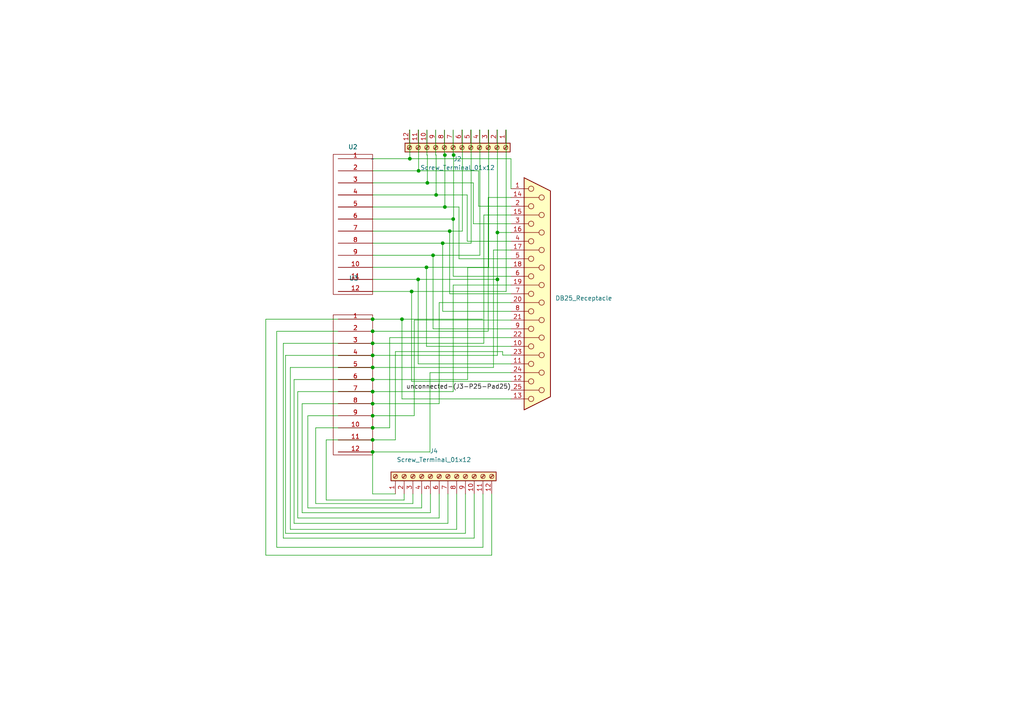
<source format=kicad_sch>
(kicad_sch (version 20230121) (generator eeschema)
  (paper "A4")
  (lib_symbols
    (symbol "libary_bms:DB25_Receptacle" (pin_names (offset 1.016) hide)
      (property "Reference" "J" (at 0 34.29 0))
      (property "Value" "DB25_Receptacle" (at 0 -34.925 0))
      (symbol "DB25_Receptacle_0_1"
        (circle (center -1.778 -30.48) (radius 0.762))
        (circle (center -1.778 -25.4) (radius 0.762))
        (circle (center -1.778 -20.32) (radius 0.762))
        (circle (center -1.778 -15.24) (radius 0.762))
        (circle (center -1.778 -10.16) (radius 0.762))
        (circle (center -1.778 -5.08) (radius 0.762))
        (circle (center -1.778 0) (radius 0.762))
        (circle (center -1.778 5.08) (radius 0.762))
        (circle (center -1.778 10.16) (radius 0.762))
        (circle (center -1.778 15.24) (radius 0.762))
        (circle (center -1.778 20.32) (radius 0.762))
        (circle (center -1.778 25.4) (radius 0.762))
        (circle (center -1.778 30.48) (radius 0.762))
        (polyline (pts (xy -3.81 -30.48) (xy -2.54 -30.48)))
        (polyline (pts (xy -3.81 -27.94) (xy 0.508 -27.94)))
        (polyline (pts (xy -3.81 -25.4) (xy -2.54 -25.4)))
        (polyline (pts (xy -3.81 -22.86) (xy 0.508 -22.86)))
        (polyline (pts (xy -3.81 -20.32) (xy -2.54 -20.32)))
        (polyline (pts (xy -3.81 -17.78) (xy 0.508 -17.78)))
        (polyline (pts (xy -3.81 -15.24) (xy -2.54 -15.24)))
        (polyline (pts (xy -3.81 -12.7) (xy 0.508 -12.7)))
        (polyline (pts (xy -3.81 -10.16) (xy -2.54 -10.16)))
        (polyline (pts (xy -3.81 -7.62) (xy 0.508 -7.62)))
        (polyline (pts (xy -3.81 -5.08) (xy -2.54 -5.08)))
        (polyline (pts (xy -3.81 -2.54) (xy 0.508 -2.54)))
        (polyline (pts (xy -3.81 0) (xy -2.54 0)))
        (polyline (pts (xy -3.81 2.54) (xy 0.508 2.54)))
        (polyline (pts (xy -3.81 5.08) (xy -2.54 5.08)))
        (polyline (pts (xy -3.81 7.62) (xy 0.508 7.62)))
        (polyline (pts (xy -3.81 10.16) (xy -2.54 10.16)))
        (polyline (pts (xy -3.81 12.7) (xy 0.508 12.7)))
        (polyline (pts (xy -3.81 15.24) (xy -2.54 15.24)))
        (polyline (pts (xy -3.81 17.78) (xy 0.508 17.78)))
        (polyline (pts (xy -3.81 20.32) (xy -2.54 20.32)))
        (polyline (pts (xy -3.81 22.86) (xy 0.508 22.86)))
        (polyline (pts (xy -3.81 25.4) (xy -2.54 25.4)))
        (polyline (pts (xy -3.81 27.94) (xy 0.508 27.94)))
        (polyline (pts (xy -3.81 30.48) (xy -2.54 30.48)))
        (polyline (pts (xy -3.81 33.655) (xy 3.81 29.845) (xy 3.81 -29.845) (xy -3.81 -33.655) (xy -3.81 33.655)) (stroke (width 0.254)) (fill (type background)))
        (circle (center 1.27 -27.94) (radius 0.762))
        (circle (center 1.27 -22.86) (radius 0.762))
        (circle (center 1.27 -17.78) (radius 0.762))
        (circle (center 1.27 -12.7) (radius 0.762))
        (circle (center 1.27 -7.62) (radius 0.762))
        (circle (center 1.27 -2.54) (radius 0.762))
        (circle (center 1.27 2.54) (radius 0.762))
        (circle (center 1.27 7.62) (radius 0.762))
        (circle (center 1.27 12.7) (radius 0.762))
        (circle (center 1.27 17.78) (radius 0.762))
        (circle (center 1.27 22.86) (radius 0.762))
        (circle (center 1.27 27.94) (radius 0.762))
      )
      (symbol "DB25_Receptacle_1_1"
        (pin passive line (at -7.62 30.48 0) (length 3.81) (name "1") (number "1"))
        (pin passive line (at -7.62 -15.24 0) (length 3.81) (name "10") (number "10"))
        (pin passive line (at -7.62 -20.32 0) (length 3.81) (name "11") (number "11"))
        (pin passive line (at -7.62 -25.4 0) (length 3.81) (name "12") (number "12"))
        (pin passive line (at -7.62 -30.48 0) (length 3.81) (name "13") (number "13"))
        (pin passive line (at -7.62 27.94 0) (length 3.81) (name "P14") (number "14"))
        (pin passive line (at -7.62 22.86 0) (length 3.81) (name "P15") (number "15"))
        (pin passive line (at -7.62 17.78 0) (length 3.81) (name "P16") (number "16"))
        (pin passive line (at -7.62 12.7 0) (length 3.81) (name "P17") (number "17"))
        (pin passive line (at -7.62 7.62 0) (length 3.81) (name "P18") (number "18"))
        (pin passive line (at -7.62 2.54 0) (length 3.81) (name "P19") (number "19"))
        (pin passive line (at -7.62 25.4 0) (length 3.81) (name "2") (number "2"))
        (pin passive line (at -7.62 -2.54 0) (length 3.81) (name "P20") (number "20"))
        (pin passive line (at -7.62 -7.62 0) (length 3.81) (name "P21") (number "21"))
        (pin passive line (at -7.62 -12.7 0) (length 3.81) (name "P22") (number "22"))
        (pin passive line (at -7.62 -17.78 0) (length 3.81) (name "P23") (number "23"))
        (pin passive line (at -7.62 -22.86 0) (length 3.81) (name "P24") (number "24"))
        (pin passive line (at -7.62 -27.94 0) (length 3.81) (name "P25") (number "25"))
        (pin passive line (at -7.62 20.32 0) (length 3.81) (name "3") (number "3"))
        (pin passive line (at -7.62 15.24 0) (length 3.81) (name "4") (number "4"))
        (pin passive line (at -7.62 10.16 0) (length 3.81) (name "5") (number "5"))
        (pin passive line (at -7.62 5.08 0) (length 3.81) (name "6") (number "6"))
        (pin passive line (at -7.62 0 0) (length 3.81) (name "7") (number "7"))
        (pin passive line (at -7.62 -5.08 0) (length 3.81) (name "8") (number "8"))
        (pin passive line (at -7.62 -10.16 0) (length 3.81) (name "9") (number "9"))
      )
    )
    (symbol "libary_bms:GoldFingerConnector"
      (property "Reference" "U" (at 0 0 0))
      (symbol "GoldFingerConnector_0_1"
        (rectangle (start 0 -1.27) (end 11.43 39.37))
      )
      (symbol "GoldFingerConnector_1_1"
        (pin input line (at 0 0 0) (length 10) (name "") (number "1"))
        (pin input line (at 0 31.5 0) (length 10) (name "") (number "10"))
        (pin input line (at 0 35 0) (length 10) (name "") (number "11"))
        (pin input line (at 0 38.5 0) (length 10) (name "") (number "12"))
        (pin input line (at 0 3.5 0) (length 10) (name "") (number "2"))
        (pin input line (at 0 7 0) (length 10) (name "") (number "3"))
        (pin input line (at 0 10.5 0) (length 10) (name "") (number "4"))
        (pin input line (at 0 14 0) (length 10) (name "") (number "5"))
        (pin input line (at 0 17.5 0) (length 10) (name "") (number "6"))
        (pin input line (at 0 21 0) (length 10) (name "") (number "7"))
        (pin input line (at 0 24.5 0) (length 10) (name "") (number "8"))
        (pin input line (at 0 28 0) (length 10) (name "") (number "9"))
      )
    )
    (symbol "libary_bms:Screw_Terminal_01x12" (pin_names (offset 1.016) hide)
      (property "Reference" "J" (at 0 15.24 0))
      (property "Value" "Screw_Terminal_01x12" (at 0 -17.78 0))
      (symbol "Screw_Terminal_01x12_1_1"
        (rectangle (start -1.27 13.97) (end 1.27 -16.51) (stroke (width 0.254)) (fill (type background)))
        (circle (center 0 -15.24) (radius 0.635) (stroke (width 0.1524)))
        (circle (center 0 -12.7) (radius 0.635) (stroke (width 0.1524)))
        (circle (center 0 -10.16) (radius 0.635) (stroke (width 0.1524)))
        (circle (center 0 -7.62) (radius 0.635) (stroke (width 0.1524)))
        (circle (center 0 -5.08) (radius 0.635) (stroke (width 0.1524)))
        (circle (center 0 -2.54) (radius 0.635) (stroke (width 0.1524)))
        (polyline (pts (xy -0.5334 -14.9098) (xy 0.3302 -15.748)) (stroke (width 0.1524)))
        (polyline (pts (xy -0.5334 -12.3698) (xy 0.3302 -13.208)) (stroke (width 0.1524)))
        (polyline (pts (xy -0.5334 -9.8298) (xy 0.3302 -10.668)) (stroke (width 0.1524)))
        (polyline (pts (xy -0.5334 -7.2898) (xy 0.3302 -8.128)) (stroke (width 0.1524)))
        (polyline (pts (xy -0.5334 -4.7498) (xy 0.3302 -5.588)) (stroke (width 0.1524)))
        (polyline (pts (xy -0.5334 -2.2098) (xy 0.3302 -3.048)) (stroke (width 0.1524)))
        (polyline (pts (xy -0.5334 0.3302) (xy 0.3302 -0.508)) (stroke (width 0.1524)))
        (polyline (pts (xy -0.5334 2.8702) (xy 0.3302 2.032)) (stroke (width 0.1524)))
        (polyline (pts (xy -0.5334 5.4102) (xy 0.3302 4.572)) (stroke (width 0.1524)))
        (polyline (pts (xy -0.5334 7.9502) (xy 0.3302 7.112)) (stroke (width 0.1524)))
        (polyline (pts (xy -0.5334 10.4902) (xy 0.3302 9.652)) (stroke (width 0.1524)))
        (polyline (pts (xy -0.5334 13.0302) (xy 0.3302 12.192)) (stroke (width 0.1524)))
        (polyline (pts (xy -0.3556 -14.732) (xy 0.508 -15.5702)) (stroke (width 0.1524)))
        (polyline (pts (xy -0.3556 -12.192) (xy 0.508 -13.0302)) (stroke (width 0.1524)))
        (polyline (pts (xy -0.3556 -9.652) (xy 0.508 -10.4902)) (stroke (width 0.1524)))
        (polyline (pts (xy -0.3556 -7.112) (xy 0.508 -7.9502)) (stroke (width 0.1524)))
        (polyline (pts (xy -0.3556 -4.572) (xy 0.508 -5.4102)) (stroke (width 0.1524)))
        (polyline (pts (xy -0.3556 -2.032) (xy 0.508 -2.8702)) (stroke (width 0.1524)))
        (polyline (pts (xy -0.3556 0.508) (xy 0.508 -0.3302)) (stroke (width 0.1524)))
        (polyline (pts (xy -0.3556 3.048) (xy 0.508 2.2098)) (stroke (width 0.1524)))
        (polyline (pts (xy -0.3556 5.588) (xy 0.508 4.7498)) (stroke (width 0.1524)))
        (polyline (pts (xy -0.3556 8.128) (xy 0.508 7.2898)) (stroke (width 0.1524)))
        (polyline (pts (xy -0.3556 10.668) (xy 0.508 9.8298)) (stroke (width 0.1524)))
        (polyline (pts (xy -0.3556 13.208) (xy 0.508 12.3698)) (stroke (width 0.1524)))
        (circle (center 0 0) (radius 0.635) (stroke (width 0.1524)))
        (circle (center 0 2.54) (radius 0.635) (stroke (width 0.1524)))
        (circle (center 0 5.08) (radius 0.635) (stroke (width 0.1524)))
        (circle (center 0 7.62) (radius 0.635) (stroke (width 0.1524)))
        (circle (center 0 10.16) (radius 0.635) (stroke (width 0.1524)))
        (circle (center 0 12.7) (radius 0.635) (stroke (width 0.1524)))
        (pin passive line (at -5.08 12.7 0) (length 3.81) (name "Pin_1") (number "1"))
        (pin passive line (at -5.08 -10.16 0) (length 3.81) (name "Pin_10") (number "10"))
        (pin passive line (at -5.08 -12.7 0) (length 3.81) (name "Pin_11") (number "11"))
        (pin passive line (at -5.08 -15.24 0) (length 3.81) (name "Pin_12") (number "12"))
        (pin passive line (at -5.08 10.16 0) (length 3.81) (name "Pin_2") (number "2"))
        (pin passive line (at -5.08 7.62 0) (length 3.81) (name "Pin_3") (number "3"))
        (pin passive line (at -5.08 5.08 0) (length 3.81) (name "Pin_4") (number "4"))
        (pin passive line (at -5.08 2.54 0) (length 3.81) (name "Pin_5") (number "5"))
        (pin passive line (at -5.08 0 0) (length 3.81) (name "Pin_6") (number "6"))
        (pin passive line (at -5.08 -2.54 0) (length 3.81) (name "Pin_7") (number "7"))
        (pin passive line (at -5.08 -5.08 0) (length 3.81) (name "Pin_8") (number "8"))
        (pin passive line (at -5.08 -7.62 0) (length 3.81) (name "Pin_9") (number "9"))
      )
    )
    (symbol "screw_terminal_01x12:Screw_Terminal_01x12" (pin_names (offset 1.016) hide)
      (property "Reference" "J" (at 0 15.24 0))
      (property "Value" "Screw_Terminal_01x12" (at 0 -17.78 0))
      (symbol "Screw_Terminal_01x12_1_1"
        (rectangle (start -1.27 13.97) (end 1.27 -16.51) (stroke (width 0.254)) (fill (type background)))
        (circle (center 0 -15.24) (radius 0.635) (stroke (width 0.1524)))
        (circle (center 0 -12.7) (radius 0.635) (stroke (width 0.1524)))
        (circle (center 0 -10.16) (radius 0.635) (stroke (width 0.1524)))
        (circle (center 0 -7.62) (radius 0.635) (stroke (width 0.1524)))
        (circle (center 0 -5.08) (radius 0.635) (stroke (width 0.1524)))
        (circle (center 0 -2.54) (radius 0.635) (stroke (width 0.1524)))
        (polyline (pts (xy -0.5334 -14.9098) (xy 0.3302 -15.748)) (stroke (width 0.1524)))
        (polyline (pts (xy -0.5334 -12.3698) (xy 0.3302 -13.208)) (stroke (width 0.1524)))
        (polyline (pts (xy -0.5334 -9.8298) (xy 0.3302 -10.668)) (stroke (width 0.1524)))
        (polyline (pts (xy -0.5334 -7.2898) (xy 0.3302 -8.128)) (stroke (width 0.1524)))
        (polyline (pts (xy -0.5334 -4.7498) (xy 0.3302 -5.588)) (stroke (width 0.1524)))
        (polyline (pts (xy -0.5334 -2.2098) (xy 0.3302 -3.048)) (stroke (width 0.1524)))
        (polyline (pts (xy -0.5334 0.3302) (xy 0.3302 -0.508)) (stroke (width 0.1524)))
        (polyline (pts (xy -0.5334 2.8702) (xy 0.3302 2.032)) (stroke (width 0.1524)))
        (polyline (pts (xy -0.5334 5.4102) (xy 0.3302 4.572)) (stroke (width 0.1524)))
        (polyline (pts (xy -0.5334 7.9502) (xy 0.3302 7.112)) (stroke (width 0.1524)))
        (polyline (pts (xy -0.5334 10.4902) (xy 0.3302 9.652)) (stroke (width 0.1524)))
        (polyline (pts (xy -0.5334 13.0302) (xy 0.3302 12.192)) (stroke (width 0.1524)))
        (polyline (pts (xy -0.3556 -14.732) (xy 0.508 -15.5702)) (stroke (width 0.1524)))
        (polyline (pts (xy -0.3556 -12.192) (xy 0.508 -13.0302)) (stroke (width 0.1524)))
        (polyline (pts (xy -0.3556 -9.652) (xy 0.508 -10.4902)) (stroke (width 0.1524)))
        (polyline (pts (xy -0.3556 -7.112) (xy 0.508 -7.9502)) (stroke (width 0.1524)))
        (polyline (pts (xy -0.3556 -4.572) (xy 0.508 -5.4102)) (stroke (width 0.1524)))
        (polyline (pts (xy -0.3556 -2.032) (xy 0.508 -2.8702)) (stroke (width 0.1524)))
        (polyline (pts (xy -0.3556 0.508) (xy 0.508 -0.3302)) (stroke (width 0.1524)))
        (polyline (pts (xy -0.3556 3.048) (xy 0.508 2.2098)) (stroke (width 0.1524)))
        (polyline (pts (xy -0.3556 5.588) (xy 0.508 4.7498)) (stroke (width 0.1524)))
        (polyline (pts (xy -0.3556 8.128) (xy 0.508 7.2898)) (stroke (width 0.1524)))
        (polyline (pts (xy -0.3556 10.668) (xy 0.508 9.8298)) (stroke (width 0.1524)))
        (polyline (pts (xy -0.3556 13.208) (xy 0.508 12.3698)) (stroke (width 0.1524)))
        (circle (center 0 0) (radius 0.635) (stroke (width 0.1524)))
        (circle (center 0 2.54) (radius 0.635) (stroke (width 0.1524)))
        (circle (center 0 5.08) (radius 0.635) (stroke (width 0.1524)))
        (circle (center 0 7.62) (radius 0.635) (stroke (width 0.1524)))
        (circle (center 0 10.16) (radius 0.635) (stroke (width 0.1524)))
        (circle (center 0 12.7) (radius 0.635) (stroke (width 0.1524)))
        (pin passive line (at -5.08 12.7 0) (length 3.81) (name "Pin_1") (number "1"))
        (pin passive line (at -5.08 -10.16 0) (length 3.81) (name "Pin_10") (number "10"))
        (pin passive line (at -5.08 -12.7 0) (length 3.81) (name "Pin_11") (number "11"))
        (pin passive line (at -5.08 -15.24 0) (length 3.81) (name "Pin_12") (number "12"))
        (pin passive line (at -5.08 10.16 0) (length 3.81) (name "Pin_2") (number "2"))
        (pin passive line (at -5.08 7.62 0) (length 3.81) (name "Pin_3") (number "3"))
        (pin passive line (at -5.08 5.08 0) (length 3.81) (name "Pin_4") (number "4"))
        (pin passive line (at -5.08 2.54 0) (length 3.81) (name "Pin_5") (number "5"))
        (pin passive line (at -5.08 0 0) (length 3.81) (name "Pin_6") (number "6"))
        (pin passive line (at -5.08 -2.54 0) (length 3.81) (name "Pin_7") (number "7"))
        (pin passive line (at -5.08 -5.08 0) (length 3.81) (name "Pin_8") (number "8"))
        (pin passive line (at -5.08 -7.62 0) (length 3.81) (name "Pin_9") (number "9"))
      )
    )
  )
  (junction (at 108.077 131.083))
  (junction (at 121.412 49.541))
  (junction (at 131.445 63.541))
  (junction (at 108.077 96.083))
  (junction (at 108.077 106.583))
  (junction (at 116.586 92.583))
  (junction (at 125.603 74.041))
  (junction (at 108.077 117.083))
  (junction (at 108.077 113.583))
  (junction (at 108.077 110.083))
  (junction (at 123.952 53.041))
  (junction (at 118.872 46.041))
  (junction (at 126.492 56.541))
  (junction (at 108.077 127.583))
  (junction (at 144.272 81.041))
  (junction (at 123.698 77.541))
  (junction (at 108.077 103.083))
  (junction (at 108.077 92.583))
  (junction (at 128.397 70.541))
  (junction (at 144.272 67.437))
  (junction (at 129.032 44.9664))
  (junction (at 129.032 60.041))
  (junction (at 130.429 67.041))
  (junction (at 131.572 44.9664))
  (junction (at 108.077 99.583))
  (junction (at 108.077 120.583))
  (junction (at 121.285 81.041))
  (junction (at 108.077 124.083))
  (junction (at 119.38 84.541))
  (wire (pts (xy 123.952 53.041) (xy 137.287 53.041)))
  (wire (pts (xy 146.812 37.719) (xy 146.685 37.719)))
  (wire (pts (xy 108.077 63.541) (xy 131.445 63.541)))
  (wire (pts (xy 127.381 87.757) (xy 148.209 87.757)))
  (wire (pts (xy 145.796 102.997) (xy 148.209 102.997)))
  (wire (pts (xy 116.586 92.583) (xy 140.0175 92.583)))
  (wire (pts (xy 108.077 56.541) (xy 126.492 56.541)))
  (wire (pts (xy 138.811 59.817) (xy 148.209 59.817)))
  (wire (pts (xy 129.032 60.041) (xy 133.1268 60.041)))
  (wire (pts (xy 84.201 106.583) (xy 84.201 153.543)))
  (wire (pts (xy 108.077 113.583) (xy 86.36 113.583)))
  (wire (pts (xy 144.272 81.041) (xy 144.272 103.083)))
  (wire (pts (xy 129.032 44.9664) (xy 129.032 60.041)))
  (wire (pts (xy 124.841 143.256) (xy 124.841 148.717)))
  (wire (pts (xy 87.63 148.717) (xy 124.841 148.717)))
  (wire (pts (xy 145.796 101.981) (xy 145.796 102.997)))
  (wire (pts (xy 108.077 92.583) (xy 116.586 92.583)))
  (wire (pts (xy 94.615 127.583) (xy 108.077 127.583)))
  (wire (pts (xy 128.397 90.297) (xy 148.209 90.297)))
  (wire (pts (xy 123.952 44.958) (xy 123.952 53.041)))
  (wire (pts (xy 108.077 120.583) (xy 120.142 120.583)))
  (wire (pts (xy 119.38 110.617) (xy 148.209 110.617)))
  (wire (pts (xy 128.397 70.541) (xy 136.652 70.541)))
  (wire (pts (xy 131.445 82.677) (xy 148.209 82.677)))
  (wire (pts (xy 91.567 146.05) (xy 119.761 146.05)))
  (wire (pts (xy 121.285 81.041) (xy 121.285 105.537)))
  (wire (pts (xy 108.077 117.083) (xy 87.63 117.083)))
  (wire (pts (xy 131.445 63.541) (xy 131.572 63.541)))
  (wire (pts (xy 108.077 106.583) (xy 84.201 106.583)))
  (wire (pts (xy 108.077 103.083) (xy 144.272 103.083)))
  (wire (pts (xy 108.077 131.083) (xy 124.714 131.083)))
  (wire (pts (xy 131.445 37.719) (xy 131.445 44.9664)))
  (wire (pts (xy 130.429 67.041) (xy 134.112 67.041)))
  (wire (pts (xy 77.089 161.036) (xy 142.621 161.036)))
  (wire (pts (xy 116.586 115.697) (xy 148.209 115.697)))
  (wire (pts (xy 144.272 37.719) (xy 144.145 37.719)))
  (wire (pts (xy 126.365 44.958) (xy 126.492 44.958)))
  (wire (pts (xy 129.921 143.256) (xy 129.921 151.7969)))
  (wire (pts (xy 123.825 44.958) (xy 123.952 44.958)))
  (wire (pts (xy 114.681 127.583) (xy 114.681 101.981)))
  (wire (pts (xy 108.077 77.541) (xy 123.698 77.541)))
  (wire (pts (xy 131.572 44.9664) (xy 131.572 63.541)))
  (wire (pts (xy 120.142 120.583) (xy 120.142 92.837)))
  (wire (pts (xy 144.272 67.437) (xy 148.209 67.437)))
  (wire (pts (xy 108.077 127.583) (xy 114.681 127.583)))
  (wire (pts (xy 82.804 154.686) (xy 135.001 154.686)))
  (wire (pts (xy 137.287 53.041) (xy 137.287 64.897)))
  (wire (pts (xy 136.652 37.719) (xy 136.525 37.719)))
  (wire (pts (xy 108.077 96.083) (xy 80.264 96.083)))
  (wire (pts (xy 82.169 99.583) (xy 82.169 156.083)))
  (wire (pts (xy 108.077 106.583) (xy 143.129 106.583)))
  (wire (pts (xy 133.1268 60.041) (xy 133.1268 75.057)))
  (wire (pts (xy 134.112 37.719) (xy 133.985 37.719)))
  (wire (pts (xy 123.698 77.541) (xy 123.698 100.457)))
  (wire (pts (xy 124.714 108.077) (xy 148.209 108.077)))
  (wire (pts (xy 118.872 37.719) (xy 118.745 37.719)))
  (wire (pts (xy 129.032 44.958) (xy 129.032 44.9664)))
  (wire (pts (xy 89.281 147.32) (xy 122.301 147.32)))
  (wire (pts (xy 137.287 64.897) (xy 148.209 64.897)))
  (wire (pts (xy 125.603 74.041) (xy 139.192 74.041)))
  (wire (pts (xy 126.492 44.958) (xy 126.492 56.541)))
  (wire (pts (xy 130.429 67.041) (xy 130.429 85.217)))
  (wire (pts (xy 113.03 124.083) (xy 113.03 97.917)))
  (wire (pts (xy 108.077 99.583) (xy 140.335 99.583)))
  (wire (pts (xy 148.209 46.041) (xy 148.209 54.737)))
  (wire (pts (xy 108.077 124.083) (xy 113.03 124.083)))
  (wire (pts (xy 131.445 80.137) (xy 148.209 80.137)))
  (wire (pts (xy 131.445 63.541) (xy 131.445 80.137)))
  (wire (pts (xy 117.221 143.256) (xy 117.221 145.034)))
  (wire (pts (xy 141.732 37.719) (xy 141.732 77.541)))
  (wire (pts (xy 108.077 96.083) (xy 141.605 96.083)))
  (wire (pts (xy 132.461 143.256) (xy 132.461 153.543)))
  (wire (pts (xy 127.381 117.083) (xy 127.381 87.757)))
  (wire (pts (xy 135.509 69.977) (xy 148.209 69.977)))
  (wire (pts (xy 144.272 37.719) (xy 144.272 67.437)))
  (wire (pts (xy 80.264 158.75) (xy 140.081 158.75)))
  (wire (pts (xy 135.001 143.256) (xy 135.001 154.686)))
  (wire (pts (xy 89.281 120.583) (xy 89.281 147.32)))
  (wire (pts (xy 118.872 37.719) (xy 118.872 46.041)))
  (wire (pts (xy 108.077 92.583) (xy 77.089 92.583)))
  (wire (pts (xy 122.301 143.256) (xy 122.301 147.32)))
  (wire (pts (xy 116.586 92.583) (xy 116.586 115.697)))
  (wire (pts (xy 121.412 37.719) (xy 121.412 49.541)))
  (wire (pts (xy 123.825 37.719) (xy 123.825 44.958)))
  (wire (pts (xy 108.077 120.583) (xy 89.281 120.583)))
  (wire (pts (xy 108.077 113.583) (xy 131.445 113.583)))
  (wire (pts (xy 108.077 70.541) (xy 128.397 70.541)))
  (wire (pts (xy 144.272 67.437) (xy 144.272 81.041)))
  (wire (pts (xy 126.365 37.719) (xy 126.365 44.958)))
  (wire (pts (xy 136.652 37.719) (xy 136.652 70.541)))
  (wire (pts (xy 120.142 92.837) (xy 148.209 92.837)))
  (wire (pts (xy 128.397 70.541) (xy 128.397 90.297)))
  (wire (pts (xy 125.603 74.041) (xy 125.603 95.377)))
  (wire (pts (xy 131.572 44.958) (xy 131.572 44.9664)))
  (wire (pts (xy 91.567 146.05) (xy 91.567 124.083)))
  (wire (pts (xy 94.615 145.034) (xy 94.615 127.583)))
  (wire (pts (xy 130.429 85.217) (xy 148.209 85.217)))
  (wire (pts (xy 108.077 117.083) (xy 127.381 117.083)))
  (wire (pts (xy 121.412 49.541) (xy 138.811 49.541)))
  (wire (pts (xy 125.603 95.377) (xy 148.209 95.377)))
  (wire (pts (xy 77.089 92.583) (xy 77.089 161.036)))
  (wire (pts (xy 131.445 113.583) (xy 131.445 82.677)))
  (wire (pts (xy 108.077 60.041) (xy 129.032 60.041)))
  (wire (pts (xy 141.732 37.719) (xy 141.605 37.719)))
  (wire (pts (xy 108.077 67.041) (xy 130.429 67.041)))
  (wire (pts (xy 108.077 131.083) (xy 108.077 143.256)))
  (wire (pts (xy 139.192 37.719) (xy 139.192 74.041)))
  (wire (pts (xy 140.335 99.583) (xy 140.335 62.357)))
  (wire (pts (xy 128.905 44.9664) (xy 129.032 44.9664)))
  (wire (pts (xy 134.112 37.719) (xy 134.112 67.041)))
  (wire (pts (xy 82.804 103.083) (xy 108.077 103.083)))
  (wire (pts (xy 123.698 77.541) (xy 141.732 77.541)))
  (wire (pts (xy 127.381 143.256) (xy 127.381 150.241)))
  (wire (pts (xy 108.077 81.041) (xy 121.285 81.041)))
  (wire (pts (xy 86.36 150.241) (xy 127.381 150.241)))
  (wire (pts (xy 108.077 143.256) (xy 114.681 143.256)))
  (wire (pts (xy 119.38 84.541) (xy 146.812 84.541)))
  (wire (pts (xy 82.169 99.583) (xy 108.077 99.583)))
  (wire (pts (xy 94.615 145.034) (xy 117.221 145.034)))
  (wire (pts (xy 121.285 105.537) (xy 148.209 105.537)))
  (wire (pts (xy 135.636 77.597) (xy 148.209 77.597)))
  (wire (pts (xy 139.192 37.719) (xy 139.065 37.719)))
  (wire (pts (xy 124.714 131.083) (xy 124.714 108.077)))
  (wire (pts (xy 85.2922 151.7969) (xy 129.921 151.7969)))
  (wire (pts (xy 142.621 143.256) (xy 142.621 161.036)))
  (wire (pts (xy 140.335 62.357) (xy 148.209 62.357)))
  (wire (pts (xy 118.872 46.041) (xy 148.209 46.041)))
  (wire (pts (xy 128.905 37.719) (xy 128.905 44.9664)))
  (wire (pts (xy 82.804 103.083) (xy 82.804 154.686)))
  (wire (pts (xy 123.698 100.457) (xy 148.209 100.457)))
  (wire (pts (xy 146.812 37.719) (xy 146.812 84.541)))
  (wire (pts (xy 138.811 49.541) (xy 138.811 59.817)))
  (wire (pts (xy 126.492 56.541) (xy 135.509 56.541)))
  (wire (pts (xy 143.129 72.517) (xy 148.209 72.517)))
  (wire (pts (xy 119.761 143.256) (xy 119.761 146.05)))
  (wire (pts (xy 143.129 106.583) (xy 143.129 72.517)))
  (wire (pts (xy 91.567 124.083) (xy 108.077 124.083)))
  (wire (pts (xy 108.077 49.541) (xy 121.412 49.541)))
  (wire (pts (xy 108.077 74.041) (xy 125.603 74.041)))
  (wire (pts (xy 131.445 44.9664) (xy 131.572 44.9664)))
  (wire (pts (xy 137.541 143.256) (xy 137.541 156.083)))
  (wire (pts (xy 108.077 46.041) (xy 118.872 46.041)))
  (wire (pts (xy 86.36 113.583) (xy 86.36 150.241)))
  (wire (pts (xy 85.2922 110.083) (xy 85.2922 151.7969)))
  (wire (pts (xy 135.636 110.083) (xy 135.636 77.597)))
  (wire (pts (xy 108.077 53.041) (xy 123.952 53.041)))
  (wire (pts (xy 114.681 101.981) (xy 145.796 101.981)))
  (wire (pts (xy 108.077 110.083) (xy 85.2922 110.083)))
  (wire (pts (xy 119.38 84.541) (xy 119.38 110.617)))
  (wire (pts (xy 140.081 143.256) (xy 140.081 158.75)))
  (wire (pts (xy 80.264 96.083) (xy 80.264 158.75)))
  (wire (pts (xy 108.077 84.541) (xy 119.38 84.541)))
  (wire (pts (xy 82.169 156.083) (xy 137.541 156.083)))
  (wire (pts (xy 121.412 37.719) (xy 121.285 37.719)))
  (wire (pts (xy 84.201 153.543) (xy 132.461 153.543)))
  (wire (pts (xy 87.63 117.083) (xy 87.63 148.717)))
  (wire (pts (xy 121.285 81.041) (xy 144.272 81.041)))
  (wire (pts (xy 113.03 97.917) (xy 148.209 97.917)))
  (wire (pts (xy 108.077 110.083) (xy 135.636 110.083)))
  (wire (pts (xy 135.509 56.541) (xy 135.509 69.977)))
  (wire (pts (xy 141.605 57.277) (xy 148.209 57.277)))
  (wire (pts (xy 141.605 96.083) (xy 141.605 57.277)))
  (wire (pts (xy 133.1268 75.057) (xy 148.209 75.057)))
  (label "unconnected-(J3-P25-Pad25)" (at 148.209 113.157 180))
  (symbol (lib_id "screw_terminal_01x12:Screw_Terminal_01x12") (at 127.381 138.176 90) (unit 1)
    (property "Reference" "J4" (at 125.857 130.81 90))
    (property "Value" "Screw_Terminal_01x12" (at 125.857 133.35 90))
    (property "Footprint" "TerminalBlock_Altech:Altech_AK300_1x12_P5.00mm_45-Degree" (effects hide))
  )
  (symbol (lib_id "libary_bms:GoldFingerConnector") (at 108.077 92.583 180) (unit 1)
    (property "Reference" "U3" (at 102.616 80.712 0))
    (property "Value" "~" (at 108.077 92.583 0))
    (property "Footprint" "infnoise_goldfingers:Gold Finger PCB" (effects hide))
  )
  (symbol (lib_id "libary_bms:DB25_Receptacle") (at 155.829 85.217 0) (unit 1)
    (property "Reference" "J3" (effects hide))
    (property "Value" "DB25_Receptacle" (at 161.036 86.487 0) (effects (justify left)))
    (property "Footprint" "Connector_Dsub:DSUB-25_Female_Horizontal_P2.77x2.54mm_EdgePinOffset9.40mm" (effects hide))
    (property "Datasheet" " ~" (effects hide))
  )
  (symbol (lib_id "libary_bms:GoldFingerConnector") (at 108.077 46.041 180) (unit 1)
    (property "Reference" "U2" (at 102.362 42.612 0))
    (property "Value" "~" (at 108.077 46.041 0))
    (property "Footprint" "infnoise_goldfingers:Gold Finger PCB" (effects hide))
  )
  (symbol (lib_id "libary_bms:Screw_Terminal_01x12") (at 133.985 42.799 270) (unit 1)
    (property "Reference" "J2" (at 132.715 46.101 90))
    (property "Value" "Screw_Terminal_01x12" (at 132.715 48.641 90))
    (property "Footprint" "TerminalBlock_Altech:Altech_AK300_1x12_P5.00mm_45-Degree" (effects hide))
  )
)
</source>
